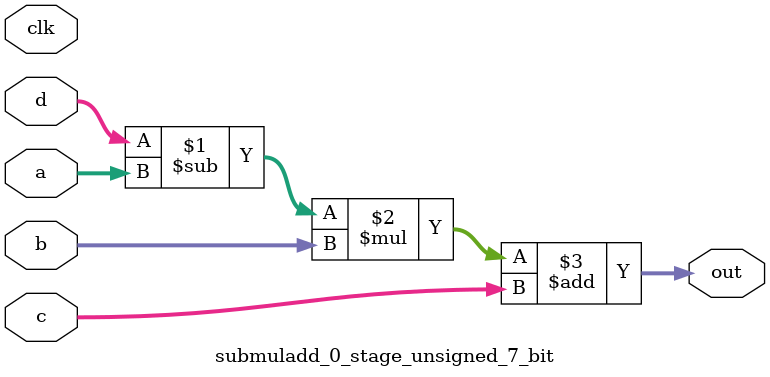
<source format=sv>
(* use_dsp = "yes" *) module submuladd_0_stage_unsigned_7_bit(
	input  [6:0] a,
	input  [6:0] b,
	input  [6:0] c,
	input  [6:0] d,
	output [6:0] out,
	input clk);

	assign out = ((d - a) * b) + c;
endmodule

</source>
